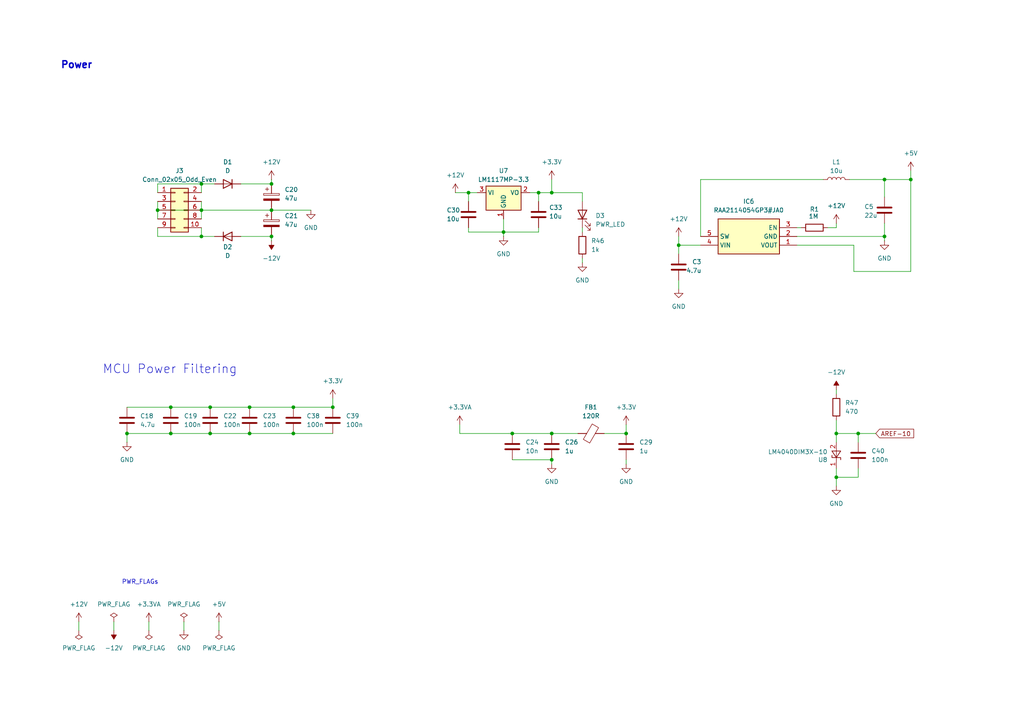
<source format=kicad_sch>
(kicad_sch (version 20250114) (generator "eeschema") (generator_version "9.0")
  (paper "A4")
  (lib_symbols
    (symbol "Connector_Generic:Conn_02x05_Odd_Even" (pin_names (offset 1.016) (hide yes))
      (property "Reference" "J" (at 1.27 7.62 0))
      (property "Value" "Conn_02x05_Odd_Even" (at 1.27 -7.62 0))
      (symbol "Conn_02x05_Odd_Even_1_1"
        (rectangle (start -1.27 6.35) (end 3.81 -6.35) (stroke (width 0.254)) (fill (type background)))
        (rectangle (start -1.27 5.207) (end 0 4.953) (stroke (width 0.1524)))
        (rectangle (start -1.27 2.667) (end 0 2.413) (stroke (width 0.1524)))
        (rectangle (start -1.27 0.127) (end 0 -0.127) (stroke (width 0.1524)))
        (rectangle (start -1.27 -2.413) (end 0 -2.667) (stroke (width 0.1524)))
        (rectangle (start -1.27 -4.953) (end 0 -5.207) (stroke (width 0.1524)))
        (rectangle (start 3.81 5.207) (end 2.54 4.953) (stroke (width 0.1524)))
        (rectangle (start 3.81 2.667) (end 2.54 2.413) (stroke (width 0.1524)))
        (rectangle (start 3.81 0.127) (end 2.54 -0.127) (stroke (width 0.1524)))
        (rectangle (start 3.81 -2.413) (end 2.54 -2.667) (stroke (width 0.1524)))
        (rectangle (start 3.81 -4.953) (end 2.54 -5.207) (stroke (width 0.1524)))
        (pin passive line (at -5.08 5.08 0) (length 3.81) (name "Pin_1") (number "1"))
        (pin passive line (at -5.08 2.54 0) (length 3.81) (name "Pin_3") (number "3"))
        (pin passive line (at -5.08 0 0) (length 3.81) (name "Pin_5") (number "5"))
        (pin passive line (at -5.08 -2.54 0) (length 3.81) (name "Pin_7") (number "7"))
        (pin passive line (at -5.08 -5.08 0) (length 3.81) (name "Pin_9") (number "9"))
        (pin passive line (at 7.62 5.08 180) (length 3.81) (name "Pin_2") (number "2"))
        (pin passive line (at 7.62 2.54 180) (length 3.81) (name "Pin_4") (number "4"))
        (pin passive line (at 7.62 0 180) (length 3.81) (name "Pin_6") (number "6"))
        (pin passive line (at 7.62 -2.54 180) (length 3.81) (name "Pin_8") (number "8"))
        (pin passive line (at 7.62 -5.08 180) (length 3.81) (name "Pin_10") (number "10"))
      )
    )
    (symbol "Device:C" (pin_numbers (hide yes)) (pin_names (offset 0.254))
      (property "Reference" "C" (at 0.635 2.54 0))
      (property "Value" "C" (at 0.635 -2.54 0))
      (symbol "C_0_1"
        (polyline (pts (xy -2.032 0.762) (xy 2.032 0.762)) (stroke (width 0.508)))
        (polyline (pts (xy -2.032 -0.762) (xy 2.032 -0.762)) (stroke (width 0.508)))
      )
      (symbol "C_1_1"
        (pin passive line (at 0 3.81 270) (length 2.794) (name "~") (number "1"))
        (pin passive line (at 0 -3.81 90) (length 2.794) (name "~") (number "2"))
      )
    )
    (symbol "Device:C_Polarized" (pin_numbers (hide yes)) (pin_names (offset 0.254))
      (property "Reference" "C" (at 0.635 2.54 0))
      (property "Value" "C_Polarized" (at 0.635 -2.54 0))
      (symbol "C_Polarized_0_1"
        (rectangle (start -2.286 0.508) (end 2.286 1.016))
        (polyline (pts (xy -1.778 2.286) (xy -0.762 2.286)))
        (polyline (pts (xy -1.27 2.794) (xy -1.27 1.778)))
        (rectangle (start 2.286 -0.508) (end -2.286 -1.016) (fill (type outline)))
      )
      (symbol "C_Polarized_1_1"
        (pin passive line (at 0 3.81 270) (length 2.794) (name "~") (number "1"))
        (pin passive line (at 0 -3.81 90) (length 2.794) (name "~") (number "2"))
      )
    )
    (symbol "Device:D" (pin_numbers (hide yes)) (pin_names (offset 1.016) (hide yes))
      (property "Reference" "D" (at 0 2.54 0))
      (property "Value" "D" (at 0 -2.54 0))
      (symbol "D_0_1"
        (polyline (pts (xy -1.27 1.27) (xy -1.27 -1.27)) (stroke (width 0.254)))
        (polyline (pts (xy 1.27 1.27) (xy 1.27 -1.27) (xy -1.27 0) (xy 1.27 1.27)) (stroke (width 0.254)))
        (polyline (pts (xy 1.27 0) (xy -1.27 0)))
      )
      (symbol "D_1_1"
        (pin passive line (at -3.81 0 0) (length 2.54) (name "K") (number "1"))
        (pin passive line (at 3.81 0 180) (length 2.54) (name "A") (number "2"))
      )
    )
    (symbol "Device:FerriteBead" (pin_numbers (hide yes)) (pin_names (offset 0))
      (property "Reference" "FB" (at -3.81 0.635 90))
      (property "Value" "FerriteBead" (at 3.81 0 90))
      (symbol "FerriteBead_0_1"
        (polyline (pts (xy -2.7686 0.4064) (xy -1.7018 2.2606) (xy 2.7686 -0.3048) (xy 1.6764 -2.159) (xy -2.7686 0.4064)))
        (polyline (pts (xy 0 1.27) (xy 0 1.2954)))
        (polyline (pts (xy 0 -1.27) (xy 0 -1.2192)))
      )
      (symbol "FerriteBead_1_1"
        (pin passive line (at 0 3.81 270) (length 2.54) (name "~") (number "1"))
        (pin passive line (at 0 -3.81 90) (length 2.54) (name "~") (number "2"))
      )
    )
    (symbol "Device:L" (pin_numbers (hide yes)) (pin_names (offset 1.016) (hide yes))
      (property "Reference" "L" (at -1.27 0 90))
      (property "Value" "L" (at 1.905 0 90))
      (symbol "L_0_1"
        (arc (start 0 2.54) (mid 0.6323 1.905) (end 0 1.27))
        (arc (start 0 1.27) (mid 0.6323 0.635) (end 0 0))
        (arc (start 0 0) (mid 0.6323 -0.635) (end 0 -1.27))
        (arc (start 0 -1.27) (mid 0.6323 -1.905) (end 0 -2.54))
      )
      (symbol "L_1_1"
        (pin passive line (at 0 3.81 270) (length 1.27) (name "1") (number "1"))
        (pin passive line (at 0 -3.81 90) (length 1.27) (name "2") (number "2"))
      )
    )
    (symbol "Device:LED" (pin_numbers (hide yes)) (pin_names (offset 1.016) (hide yes))
      (property "Reference" "D" (at 0 2.54 0))
      (property "Value" "LED" (at 0 -2.54 0))
      (symbol "LED_0_1"
        (polyline (pts (xy -3.048 -0.762) (xy -4.572 -2.286) (xy -3.81 -2.286) (xy -4.572 -2.286) (xy -4.572 -1.524)))
        (polyline (pts (xy -1.778 -0.762) (xy -3.302 -2.286) (xy -2.54 -2.286) (xy -3.302 -2.286) (xy -3.302 -1.524)))
        (polyline (pts (xy -1.27 0) (xy 1.27 0)))
        (polyline (pts (xy -1.27 -1.27) (xy -1.27 1.27)) (stroke (width 0.254)))
        (polyline (pts (xy 1.27 -1.27) (xy 1.27 1.27) (xy -1.27 0) (xy 1.27 -1.27)) (stroke (width 0.254)))
      )
      (symbol "LED_1_1"
        (pin passive line (at -3.81 0 0) (length 2.54) (name "K") (number "1"))
        (pin passive line (at 3.81 0 180) (length 2.54) (name "A") (number "2"))
      )
    )
    (symbol "Device:R" (pin_numbers (hide yes)) (pin_names (offset 0))
      (property "Reference" "R" (at 2.032 0 90))
      (property "Value" "R" (at 0 0 90))
      (symbol "R_0_1"
        (rectangle (start -1.016 -2.54) (end 1.016 2.54) (stroke (width 0.254)))
      )
      (symbol "R_1_1"
        (pin passive line (at 0 3.81 270) (length 1.27) (name "~") (number "1"))
        (pin passive line (at 0 -3.81 90) (length 1.27) (name "~") (number "2"))
      )
    )
    (symbol "Reference_Voltage:LM4040DBZ-10" (pin_names (offset 0.0254) (hide yes))
      (property "Reference" "U" (at 0 2.54 0))
      (property "Value" "LM4040DBZ-10" (at 0 -3.175 0))
      (symbol "LM4040DBZ-10_0_1"
        (polyline (pts (xy -1.27 0) (xy 0 0) (xy 1.27 0)))
        (polyline (pts (xy -1.27 -1.27) (xy 0.635 0) (xy -1.27 1.27) (xy -1.27 -1.27)) (stroke (width 0.2032)))
        (polyline (pts (xy 0 -1.27) (xy 0.635 -1.27) (xy 0.635 1.27) (xy 1.27 1.27)) (stroke (width 0.2032)))
      )
      (symbol "LM4040DBZ-10_1_1"
        (pin passive line (at -3.81 0 0) (length 2.54) (name "A") (number "2"))
        (pin no_connect line (at -1.27 0 0) (length 2.54) (hide yes) (name "NC") (number "3"))
        (pin passive line (at 3.81 0 180) (length 2.54) (name "K") (number "1"))
      )
    )
    (symbol "Regulator_Linear:LM1117MP-3.3"
      (property "Reference" "U" (at -3.81 3.175 0))
      (property "Value" "LM1117MP-3.3" (at 0 3.175 0))
      (symbol "LM1117MP-3.3_0_1"
        (rectangle (start -5.08 -5.08) (end 5.08 1.905) (stroke (width 0.254)) (fill (type background)))
      )
      (symbol "LM1117MP-3.3_1_1"
        (pin power_in line (at -7.62 0 0) (length 2.54) (name "VI") (number "3"))
        (pin power_in line (at 0 -7.62 90) (length 2.54) (name "GND") (number "1"))
        (pin power_out line (at 7.62 0 180) (length 2.54) (name "VO") (number "2"))
      )
    )
    (symbol "eurorack_components:RAA2114054GP3#JA0"
      (property "Reference" "IC" (at 24.13 7.62 0))
      (property "Value" "RAA2114054GP3#JA0" (at 24.13 5.08 0))
      (symbol "RAA2114054GP3#JA0_1_1"
        (rectangle (start 5.08 2.54) (end 22.86 -7.62) (stroke (width 0.254)) (fill (type background)))
        (pin passive line (at 0 0 0) (length 5.08) (name "VOUT") (number "1"))
        (pin passive line (at 0 -2.54 0) (length 5.08) (name "GND") (number "2"))
        (pin passive line (at 0 -5.08 0) (length 5.08) (name "EN") (number "3"))
        (pin passive line (at 27.94 0 180) (length 5.08) (name "VIN") (number "4"))
        (pin passive line (at 27.94 -2.54 180) (length 5.08) (name "SW") (number "5"))
      )
    )
    (symbol "power:+12V" (power) (pin_numbers (hide yes)) (pin_names (offset 0) (hide yes))
      (property "Value" "+12V" (at 0 3.556 0))
      (symbol "+12V_0_1"
        (polyline (pts (xy -0.762 1.27) (xy 0 2.54)))
        (polyline (pts (xy 0 2.54) (xy 0.762 1.27)))
        (polyline (pts (xy 0 0) (xy 0 2.54)))
      )
      (symbol "+12V_1_1"
        (pin power_in line (at 0 0 90) (length 0) (name "~") (number "1"))
      )
    )
    (symbol "power:+3.3V" (power) (pin_numbers (hide yes)) (pin_names (offset 0) (hide yes))
      (property "Value" "+3.3V" (at 0 3.556 0))
      (symbol "+3.3V_0_1"
        (polyline (pts (xy -0.762 1.27) (xy 0 2.54)))
        (polyline (pts (xy 0 2.54) (xy 0.762 1.27)))
        (polyline (pts (xy 0 0) (xy 0 2.54)))
      )
      (symbol "+3.3V_1_1"
        (pin power_in line (at 0 0 90) (length 0) (name "~") (number "1"))
      )
    )
    (symbol "power:+3.3VA" (power) (pin_numbers (hide yes)) (pin_names (offset 0) (hide yes))
      (property "Value" "+3.3VA" (at 0 3.556 0))
      (symbol "+3.3VA_0_1"
        (polyline (pts (xy -0.762 1.27) (xy 0 2.54)))
        (polyline (pts (xy 0 2.54) (xy 0.762 1.27)))
        (polyline (pts (xy 0 0) (xy 0 2.54)))
      )
      (symbol "+3.3VA_1_1"
        (pin power_in line (at 0 0 90) (length 0) (name "~") (number "1"))
      )
    )
    (symbol "power:+5V" (power) (pin_numbers (hide yes)) (pin_names (offset 0) (hide yes))
      (property "Value" "+5V" (at 0 3.556 0))
      (symbol "+5V_0_1"
        (polyline (pts (xy -0.762 1.27) (xy 0 2.54)))
        (polyline (pts (xy 0 2.54) (xy 0.762 1.27)))
        (polyline (pts (xy 0 0) (xy 0 2.54)))
      )
      (symbol "+5V_1_1"
        (pin power_in line (at 0 0 90) (length 0) (name "~") (number "1"))
      )
    )
    (symbol "power:-12V" (power) (pin_numbers (hide yes)) (pin_names (offset 0) (hide yes))
      (property "Value" "-12V" (at 0 3.556 0))
      (symbol "-12V_0_0"
        (pin power_in line (at 0 0 90) (length 0) (name "~") (number "1"))
      )
      (symbol "-12V_0_1"
        (polyline (pts (xy 0 0) (xy 0 1.27) (xy 0.762 1.27) (xy 0 2.54) (xy -0.762 1.27) (xy 0 1.27)) (fill (type outline)))
      )
    )
    (symbol "power:GND" (power) (pin_numbers (hide yes)) (pin_names (offset 0) (hide yes))
      (property "Value" "GND" (at 0 -3.81 0))
      (symbol "GND_0_1"
        (polyline (pts (xy 0 0) (xy 0 -1.27) (xy 1.27 -1.27) (xy 0 -2.54) (xy -1.27 -1.27) (xy 0 -1.27)))
      )
      (symbol "GND_1_1"
        (pin power_in line (at 0 0 270) (length 0) (name "~") (number "1"))
      )
    )
    (symbol "power:PWR_FLAG" (power) (pin_numbers (hide yes)) (pin_names (offset 0) (hide yes))
      (property "Value" "PWR_FLAG" (at 0 3.81 0))
      (symbol "PWR_FLAG_0_0"
        (pin power_out line (at 0 0 90) (length 0) (name "~") (number "1"))
      )
      (symbol "PWR_FLAG_0_1"
        (polyline (pts (xy 0 0) (xy 0 1.27) (xy -1.016 1.905) (xy 0 2.54) (xy 1.016 1.905) (xy 0 1.27)))
      )
    )
  )
  (text "PWR_FLAGs" (at 40.64 168.91 0) (effects (font (size 1.27 1.27))))
  (text "MCU Power Filtering" (at 49.276 107.188 0) (effects (font (size 2.54 2.54))))
  (text "Power" (at 17.526 17.78 0) (effects (font (size 2 2) (thickness 0.4) (bold yes)) (justify left top)))
  (junction (at 78.74 53.34))
  (junction (at 58.42 60.96))
  (junction (at 49.53 118.11))
  (junction (at 72.39 118.11))
  (junction (at 60.96 118.11))
  (junction (at 96.52 118.11))
  (junction (at 160.02 55.88))
  (junction (at 242.57 125.73))
  (junction (at 256.54 68.58))
  (junction (at 146.05 67.31))
  (junction (at 248.92 125.73))
  (junction (at 135.89 55.88))
  (junction (at 156.21 55.88))
  (junction (at 160.02 125.73))
  (junction (at 78.74 60.96))
  (junction (at 85.09 118.11))
  (junction (at 242.57 138.43))
  (junction (at 264.16 52.07))
  (junction (at 45.72 60.96))
  (junction (at 49.53 125.73))
  (junction (at 58.42 53.34))
  (junction (at 58.42 68.58))
  (junction (at 160.02 133.35))
  (junction (at 85.09 125.73))
  (junction (at 196.85 71.12))
  (junction (at 60.96 125.73))
  (junction (at 181.61 125.73))
  (junction (at 78.74 68.58))
  (junction (at 148.59 125.73))
  (junction (at 36.83 125.73))
  (junction (at 72.39 125.73))
  (junction (at 256.54 52.07))
  (wire (pts (xy 156.21 55.88) (xy 156.21 58.42)))
  (wire (pts (xy 203.2 52.07) (xy 238.76 52.07)))
  (wire (pts (xy 242.57 113.03) (xy 242.57 114.3)))
  (wire (pts (xy 146.05 68.58) (xy 146.05 67.31)))
  (wire (pts (xy 85.09 125.73) (xy 96.52 125.73)))
  (wire (pts (xy 45.72 68.58) (xy 58.42 68.58)))
  (wire (pts (xy 196.85 71.12) (xy 203.2 71.12)))
  (wire (pts (xy 248.92 138.43) (xy 242.57 138.43)))
  (wire (pts (xy 49.53 118.11) (xy 36.83 118.11)))
  (wire (pts (xy 242.57 125.73) (xy 248.92 125.73)))
  (wire (pts (xy 148.59 133.35) (xy 160.02 133.35)))
  (wire (pts (xy 45.72 66.04) (xy 45.72 68.58)))
  (wire (pts (xy 133.35 123.19) (xy 133.35 125.73)))
  (wire (pts (xy 22.86 180.34) (xy 22.86 182.88)))
  (wire (pts (xy 58.42 68.58) (xy 58.42 66.04)))
  (wire (pts (xy 36.83 125.73) (xy 49.53 125.73)))
  (wire (pts (xy 45.72 60.96) (xy 45.72 63.5)))
  (wire (pts (xy 248.92 125.73) (xy 248.92 128.27)))
  (wire (pts (xy 196.85 68.58) (xy 196.85 71.12)))
  (wire (pts (xy 135.89 67.31) (xy 146.05 67.31)))
  (wire (pts (xy 62.23 53.34) (xy 58.42 53.34)))
  (wire (pts (xy 168.91 74.93) (xy 168.91 76.2)))
  (wire (pts (xy 72.39 118.11) (xy 85.09 118.11)))
  (wire (pts (xy 168.91 55.88) (xy 168.91 58.42)))
  (wire (pts (xy 49.53 125.73) (xy 60.96 125.73)))
  (wire (pts (xy 256.54 64.77) (xy 256.54 68.58)))
  (wire (pts (xy 135.89 67.31) (xy 135.89 66.04)))
  (wire (pts (xy 45.72 58.42) (xy 45.72 60.96)))
  (wire (pts (xy 160.02 55.88) (xy 168.91 55.88)))
  (wire (pts (xy 146.05 67.31) (xy 156.21 67.31)))
  (wire (pts (xy 60.96 125.73) (xy 72.39 125.73)))
  (wire (pts (xy 63.5 180.34) (xy 63.5 182.88)))
  (wire (pts (xy 231.14 68.58) (xy 256.54 68.58)))
  (wire (pts (xy 58.42 60.96) (xy 78.74 60.96)))
  (wire (pts (xy 156.21 55.88) (xy 160.02 55.88)))
  (wire (pts (xy 96.52 118.11) (xy 96.52 115.57)))
  (wire (pts (xy 133.35 125.73) (xy 148.59 125.73)))
  (wire (pts (xy 248.92 135.89) (xy 248.92 138.43)))
  (wire (pts (xy 181.61 123.19) (xy 181.61 125.73)))
  (wire (pts (xy 69.85 68.58) (xy 78.74 68.58)))
  (wire (pts (xy 69.85 53.34) (xy 78.74 53.34)))
  (wire (pts (xy 264.16 78.74) (xy 247.65 78.74)))
  (wire (pts (xy 242.57 121.92) (xy 242.57 125.73)))
  (wire (pts (xy 45.72 60.96) (xy 58.42 60.96)))
  (wire (pts (xy 45.72 55.88) (xy 45.72 53.34)))
  (wire (pts (xy 196.85 71.12) (xy 196.85 73.66)))
  (wire (pts (xy 33.02 180.34) (xy 33.02 182.88)))
  (wire (pts (xy 175.26 125.73) (xy 181.61 125.73)))
  (wire (pts (xy 196.85 81.28) (xy 196.85 83.82)))
  (wire (pts (xy 181.61 133.35) (xy 181.61 134.62)))
  (wire (pts (xy 58.42 68.58) (xy 62.23 68.58)))
  (wire (pts (xy 247.65 78.74) (xy 247.65 71.12)))
  (wire (pts (xy 248.92 125.73) (xy 254 125.73)))
  (wire (pts (xy 78.74 68.58) (xy 78.74 69.85)))
  (wire (pts (xy 160.02 55.88) (xy 160.02 52.07)))
  (wire (pts (xy 43.18 180.34) (xy 43.18 182.88)))
  (wire (pts (xy 160.02 133.35) (xy 160.02 134.62)))
  (wire (pts (xy 247.65 71.12) (xy 231.14 71.12)))
  (wire (pts (xy 58.42 58.42) (xy 58.42 60.96)))
  (wire (pts (xy 132.08 55.88) (xy 135.89 55.88)))
  (wire (pts (xy 58.42 60.96) (xy 58.42 63.5)))
  (wire (pts (xy 53.34 180.34) (xy 53.34 182.88)))
  (wire (pts (xy 153.67 55.88) (xy 156.21 55.88)))
  (wire (pts (xy 148.59 125.73) (xy 160.02 125.73)))
  (wire (pts (xy 242.57 138.43) (xy 242.57 140.97)))
  (wire (pts (xy 135.89 55.88) (xy 138.43 55.88)))
  (wire (pts (xy 90.17 60.96) (xy 78.74 60.96)))
  (wire (pts (xy 60.96 118.11) (xy 72.39 118.11)))
  (wire (pts (xy 242.57 135.89) (xy 242.57 138.43)))
  (wire (pts (xy 146.05 63.5) (xy 146.05 67.31)))
  (wire (pts (xy 160.02 125.73) (xy 167.64 125.73)))
  (wire (pts (xy 45.72 53.34) (xy 58.42 53.34)))
  (wire (pts (xy 231.14 66.04) (xy 232.41 66.04)))
  (wire (pts (xy 49.53 118.11) (xy 60.96 118.11)))
  (wire (pts (xy 256.54 57.15) (xy 256.54 52.07)))
  (wire (pts (xy 242.57 125.73) (xy 242.57 128.27)))
  (wire (pts (xy 85.09 118.11) (xy 96.52 118.11)))
  (wire (pts (xy 264.16 52.07) (xy 264.16 78.74)))
  (wire (pts (xy 168.91 66.04) (xy 168.91 67.31)))
  (wire (pts (xy 135.89 55.88) (xy 135.89 58.42)))
  (wire (pts (xy 78.74 52.07) (xy 78.74 53.34)))
  (wire (pts (xy 36.83 125.73) (xy 36.83 128.27)))
  (wire (pts (xy 264.16 49.53) (xy 264.16 52.07)))
  (wire (pts (xy 246.38 52.07) (xy 256.54 52.07)))
  (wire (pts (xy 156.21 67.31) (xy 156.21 66.04)))
  (wire (pts (xy 240.03 66.04) (xy 242.57 66.04)))
  (wire (pts (xy 242.57 66.04) (xy 242.57 64.77)))
  (wire (pts (xy 256.54 52.07) (xy 264.16 52.07)))
  (wire (pts (xy 72.39 125.73) (xy 85.09 125.73)))
  (wire (pts (xy 256.54 68.58) (xy 256.54 69.85)))
  (wire (pts (xy 203.2 68.58) (xy 203.2 52.07)))
  (wire (pts (xy 58.42 53.34) (xy 58.42 55.88)))
  (global_label "AREF-10" (shape input) (at 254 125.73 0) (property "Intersheetrefs" "${INTERSHEET_REFS}" (effects (hide yes))))
  (symbol (lib_id "power:GND") (at 242.57 140.97 0) (unit 1)
    (property "Reference" "#PWR055" (effects (hide yes)))
    (property "Value" "GND" (at 242.57 146.05 0))
    (property "Description" "Power symbol creates a global label with name \"GND\" , ground" (effects (hide yes)))
  )
  (symbol (lib_id "Regulator_Linear:LM1117MP-3.3") (at 146.05 55.88 0) (unit 1)
    (property "Reference" "U7" (at 146.05 49.53 0))
    (property "Value" "LM1117MP-3.3" (at 146.05 52.07 0))
    (property "Footprint" "Package_TO_SOT_SMD:SOT-223-3_TabPin2" (effects (hide yes)))
    (property "Datasheet" "http://www.ti.com/lit/ds/symlink/lm1117.pdf" (effects (hide yes)))
    (property "Description" "800mA Low-Dropout Linear Regulator, 3.3V fixed output, SOT-223" (effects (hide yes)))
    (property "Manufacturer_Name" "Texas Instruments" (effects (hide yes)))
    (property "Manufacturer_Part_Number" "LM1117MP-3.3/NOPB" (effects (hide yes)))
    (property "Mouser Part Number" "926-LM1117MP-3.3NOPB" (effects (hide yes)))
  )
  (symbol (lib_id "power:GND") (at 90.17 60.96 0) (unit 1)
    (property "Reference" "#PWR045" (effects (hide yes)))
    (property "Value" "GND" (at 90.17 66.04 0))
    (property "Description" "Power symbol creates a global label with name \"GND\" , ground" (effects (hide yes)))
  )
  (symbol (lib_id "Device:C_Polarized") (at 78.74 57.15 0) (unit 1)
    (property "Reference" "C20" (at 82.55 54.9909 0) (effects (justify left)))
    (property "Value" "47u" (at 82.55 57.5309 0) (effects (justify left)))
    (property "Footprint" "Capacitor_SMD:CP_Elec_6.3x5.9" (effects (hide yes)))
    (property "Description" "Polarized capacitor" (effects (hide yes)))
    (property "Manufacturer_Name" "Lelon " (effects (hide yes)))
    (property "Manufacturer_Part_Number" " VZL470M1VTR-0606 " (effects (hide yes)))
    (property "Mouser Part Number" "140-VZL470M1VTR-0606 " (effects (hide yes)))
  )
  (symbol (lib_id "power:+12V") (at 242.57 64.77 0) (mirror y) (unit 1)
    (property "Reference" "#PWR015" (effects (hide yes)))
    (property "Value" "+12V" (at 242.57 59.69 0))
    (property "Description" "Power symbol creates a global label with name \"+12V\"" (effects (hide yes)))
  )
  (symbol (lib_id "power:-12V") (at 78.74 69.85 180) (unit 1)
    (property "Reference" "#PWR043" (effects (hide yes)))
    (property "Value" "-12V" (at 78.74 74.93 0))
    (property "Description" "Power symbol creates a global label with name \"-12V\"" (effects (hide yes)))
  )
  (symbol (lib_id "power:GND") (at 196.85 83.82 0) (mirror y) (unit 1)
    (property "Reference" "#PWR014" (effects (hide yes)))
    (property "Value" "GND" (at 196.85 88.9 0))
    (property "Description" "Power symbol creates a global label with name \"GND\" , ground" (effects (hide yes)))
  )
  (symbol (lib_id "power:PWR_FLAG") (at 53.34 180.34 0) (unit 1)
    (property "Reference" "#FLG04" (effects (hide yes)))
    (property "Value" "PWR_FLAG" (at 53.34 175.26 0))
    (property "Description" "Special symbol for telling ERC where power comes from" (effects (hide yes)))
  )
  (symbol (lib_id "power:-12V") (at 242.57 113.03 0) (unit 1)
    (property "Reference" "#PWR054" (effects (hide yes)))
    (property "Value" "-12V" (at 242.57 107.95 0))
    (property "Description" "Power symbol creates a global label with name \"-12V\"" (effects (hide yes)))
  )
  (symbol (lib_id "power:+5V") (at 63.5 180.34 0) (unit 1)
    (property "Reference" "#PWR0118" (effects (hide yes)))
    (property "Value" "+5V" (at 63.5 175.26 0))
    (property "Description" "Power symbol creates a global label with name \"+5V\"" (effects (hide yes)))
  )
  (symbol (lib_id "power:-12V") (at 33.02 182.88 180) (unit 1)
    (property "Reference" "#PWR038" (effects (hide yes)))
    (property "Value" "-12V" (at 33.02 187.96 0))
    (property "Description" "Power symbol creates a global label with name \"-12V\"" (effects (hide yes)))
  )
  (symbol (lib_id "Device:R") (at 236.22 66.04 270) (mirror x) (unit 1)
    (property "Reference" "R1" (at 236.22 60.706 90))
    (property "Value" "1M" (at 235.966 62.738 90))
    (property "Footprint" "Resistor_SMD:R_0603_1608Metric_Pad0.98x0.95mm_HandSolder" (effects (hide yes)))
    (property "Description" "Resistor" (effects (hide yes)))
    (property "Manufacturer_Name" " YAGEO" (effects (hide yes)))
    (property "Manufacturer_Part_Number" " RC0603FR-071MP" (effects (hide yes)))
    (property "Mouser Part Number" " 603-RC0603FR-071MP" (effects (hide yes)))
  )
  (symbol (lib_id "Device:C") (at 248.92 132.08 0) (unit 1)
    (property "Reference" "C40" (at 252.73 130.8099 0) (effects (justify left)))
    (property "Value" "100n" (at 252.73 133.3499 0) (effects (justify left)))
    (property "Footprint" "Capacitor_SMD:C_0603_1608Metric" (effects (hide yes)))
    (property "Description" "Unpolarized capacitor" (effects (hide yes)))
    (property "Manufacturer_Name" "KYOCERA AVX " (effects (hide yes)))
    (property "Manufacturer_Part_Number" "KAF15BR72A104KT" (effects (hide yes)))
    (property "Mouser Part Number" "581-KAF15BR72A104KT" (effects (hide yes)))
  )
  (symbol (lib_id "Device:C_Polarized") (at 78.74 64.77 0) (unit 1)
    (property "Reference" "C21" (at 82.55 62.6109 0) (effects (justify left)))
    (property "Value" "47u" (at 82.55 65.1509 0) (effects (justify left)))
    (property "Footprint" "Capacitor_SMD:CP_Elec_6.3x5.9" (effects (hide yes)))
    (property "Description" "Polarized capacitor" (effects (hide yes)))
    (property "Manufacturer_Name" "Lelon " (effects (hide yes)))
    (property "Manufacturer_Part_Number" " VZL470M1VTR-0606 " (effects (hide yes)))
    (property "Mouser Part Number" "140-VZL470M1VTR-0606 " (effects (hide yes)))
  )
  (symbol (lib_id "Device:R") (at 168.91 71.12 0) (unit 1)
    (property "Reference" "R46" (at 171.45 69.8499 0) (effects (justify left)))
    (property "Value" "1k" (at 171.45 72.3899 0) (effects (justify left)))
    (property "Footprint" "Resistor_SMD:R_0603_1608Metric_Pad0.98x0.95mm_HandSolder" (effects (hide yes)))
    (property "Description" "Resistor" (effects (hide yes)))
    (property "Manufacturer_Name" "YAGEO" (effects (hide yes)))
    (property "Manufacturer_Part_Number" "RT0603FRE071KL" (effects (hide yes)))
    (property "Mouser Part Number" "603-RT0603FRE071KL" (effects (hide yes)))
  )
  (symbol (lib_id "power:PWR_FLAG") (at 43.18 182.88 180) (unit 1)
    (property "Reference" "#FLG03" (effects (hide yes)))
    (property "Value" "PWR_FLAG" (at 43.18 187.96 0))
    (property "Description" "Special symbol for telling ERC where power comes from" (effects (hide yes)))
  )
  (symbol (lib_id "Device:C") (at 72.39 121.92 0) (unit 1)
    (property "Reference" "C23" (at 76.2 120.6499 0) (effects (justify left)))
    (property "Value" "100n" (at 76.2 123.1899 0) (effects (justify left)))
    (property "Footprint" "Capacitor_SMD:C_0603_1608Metric" (effects (hide yes)))
    (property "Description" "Unpolarized capacitor" (effects (hide yes)))
    (property "Manufacturer_Name" "KYOCERA AVX " (effects (hide yes)))
    (property "Manufacturer_Part_Number" "KAF15BR72A104KT" (effects (hide yes)))
    (property "Mouser Part Number" "581-KAF15BR72A104KT" (effects (hide yes)))
  )
  (symbol (lib_id "Device:C") (at 36.83 121.92 0) (unit 1)
    (property "Reference" "C18" (at 40.64 120.6499 0) (effects (justify left)))
    (property "Value" "4.7u" (at 40.64 123.1899 0) (effects (justify left)))
    (property "Footprint" "Capacitor_SMD:C_0603_1608Metric" (effects (hide yes)))
    (property "Description" "Unpolarized capacitor" (effects (hide yes)))
    (property "Manufacturer_Name" "KEMET " (effects (hide yes)))
    (property "Manufacturer_Part_Number" "C0603C475M9PACTU" (effects (hide yes)))
    (property "Mouser Part Number" " 80-C0603C475M9P" (effects (hide yes)))
  )
  (symbol (lib_id "Device:LED") (at 168.91 62.23 90) (unit 1)
    (property "Reference" "D3" (at 172.72 62.5474 90) (effects (justify right)))
    (property "Value" "PWR_LED" (at 172.72 65.0874 90) (effects (justify right)))
    (property "Footprint" "LED_SMD:LED_0603_1608Metric_Pad1.05x0.95mm_HandSolder" (effects (hide yes)))
    (property "Description" "Light emitting diode" (effects (hide yes)))
    (property "Manufacturer_Name" "Wurth Elektronik" (effects (hide yes)))
    (property "Manufacturer_Part_Number" "150060VS75000 " (effects (hide yes)))
    (property "Mouser Part Number" " 710-150060VS75000 " (effects (hide yes)))
    (property "Sim.Pins" "1=K 2=A" (effects (hide yes)))
  )
  (symbol (lib_id "power:+3.3VA") (at 43.18 180.34 0) (unit 1)
    (property "Reference" "#PWR039" (effects (hide yes)))
    (property "Value" "+3.3VA" (at 43.18 175.26 0))
    (property "Description" "Power symbol creates a global label with name \"+3.3VA\"" (effects (hide yes)))
  )
  (symbol (lib_id "power:GND") (at 146.05 68.58 0) (unit 1)
    (property "Reference" "#PWR050" (effects (hide yes)))
    (property "Value" "GND" (at 146.05 73.66 0))
    (property "Description" "Power symbol creates a global label with name \"GND\" , ground" (effects (hide yes)))
  )
  (symbol (lib_id "power:GND") (at 36.83 128.27 0) (unit 1)
    (property "Reference" "#PWR041" (effects (hide yes)))
    (property "Value" "GND" (at 36.83 133.35 0))
    (property "Description" "Power symbol creates a global label with name \"GND\" , ground" (effects (hide yes)))
  )
  (symbol (lib_id "Device:C") (at 256.54 60.96 0) (unit 1)
    (property "Reference" "C5" (at 250.698 59.944 0) (effects (justify left)))
    (property "Value" "22u" (at 250.698 62.484 0) (effects (justify left)))
    (property "Footprint" "Capacitor_SMD:C_0805_2012Metric_Pad1.18x1.45mm_HandSolder" (effects (hide yes)))
    (property "Description" "Unpolarized capacitor" (effects (hide yes)))
    (property "Manufacturer_Name" "Samsung Electro-Mechanics" (effects (hide yes)))
    (property "Manufacturer_Part_Number" " CL21A226MAYNNNE " (effects (hide yes)))
    (property "Mouser Part Number" " 187-CL21A226MAYNNNE " (effects (hide yes)))
  )
  (symbol (lib_id "Device:C") (at 196.85 77.47 0) (mirror x) (unit 1)
    (property "Reference" "C3" (at 203.454 75.946 0) (effects (justify right)))
    (property "Value" "4.7u" (at 203.454 78.486 0) (effects (justify right)))
    (property "Footprint" "Capacitor_SMD:C_0603_1608Metric" (effects (hide yes)))
    (property "Description" "Unpolarized capacitor" (effects (hide yes)))
    (property "Manufacturer_Name" " Murata Electronics" (effects (hide yes)))
    (property "Manufacturer_Part_Number" "GRM188R61E475KE11D " (effects (hide yes)))
    (property "Mouser Part Number" " 81-GRM188R61E475KE1D " (effects (hide yes)))
  )
  (symbol (lib_id "power:PWR_FLAG") (at 33.02 180.34 0) (unit 1)
    (property "Reference" "#FLG02" (effects (hide yes)))
    (property "Value" "PWR_FLAG" (at 33.02 175.26 0))
    (property "Description" "Special symbol for telling ERC where power comes from" (effects (hide yes)))
  )
  (symbol (lib_id "Device:FerriteBead") (at 171.45 125.73 90) (unit 1)
    (property "Reference" "FB1" (at 171.3992 118.11 90))
    (property "Value" "120R" (at 171.3992 120.65 90))
    (property "Footprint" "Inductor_SMD:L_0805_2012Metric_Pad1.05x1.20mm_HandSolder" (effects (hide yes)))
    (property "Description" "Ferrite bead" (effects (hide yes)))
    (property "Manufacturer_Name" "Eaton Electronics" (effects (hide yes)))
    (property "Manufacturer_Part_Number" " MFBW1V2012-121-R " (effects (hide yes)))
    (property "Mouser Part Number" " 704-MFBW1V2012-121-R " (effects (hide yes)))
  )
  (symbol (lib_id "power:GND") (at 181.61 134.62 0) (unit 1)
    (property "Reference" "#PWR048" (effects (hide yes)))
    (property "Value" "GND" (at 181.61 139.7 0))
    (property "Description" "Power symbol creates a global label with name \"GND\" , ground" (effects (hide yes)))
  )
  (symbol (lib_id "power:+5V") (at 264.16 49.53 0) (unit 1)
    (property "Reference" "#PWR0117" (effects (hide yes)))
    (property "Value" "+5V" (at 264.16 44.45 0))
    (property "Description" "Power symbol creates a global label with name \"+5V\"" (effects (hide yes)))
  )
  (symbol (lib_id "power:+12V") (at 196.85 68.58 0) (mirror y) (unit 1)
    (property "Reference" "#PWR013" (effects (hide yes)))
    (property "Value" "+12V" (at 196.85 63.5 0))
    (property "Description" "Power symbol creates a global label with name \"+12V\"" (effects (hide yes)))
  )
  (symbol (lib_id "Device:C") (at 49.53 121.92 0) (unit 1)
    (property "Reference" "C19" (at 53.34 120.6499 0) (effects (justify left)))
    (property "Value" "100n" (at 53.34 123.1899 0) (effects (justify left)))
    (property "Footprint" "Capacitor_SMD:C_0603_1608Metric" (effects (hide yes)))
    (property "Description" "Unpolarized capacitor" (effects (hide yes)))
    (property "Manufacturer_Name" "KYOCERA AVX " (effects (hide yes)))
    (property "Manufacturer_Part_Number" "KAF15BR72A104KT" (effects (hide yes)))
    (property "Mouser Part Number" "581-KAF15BR72A104KT" (effects (hide yes)))
  )
  (symbol (lib_id "Reference_Voltage:LM4040DBZ-10") (at 242.57 132.08 270) (unit 1)
    (property "Reference" "U8" (at 240.03 133.35 90) (effects (justify right)))
    (property "Value" "LM4040DIM3X-10" (at 240.03 131.064 90) (effects (justify right)))
    (property "Footprint" "Package_TO_SOT_SMD:SOT-23" (effects (hide yes)))
    (property "Datasheet" "http://www.ti.com/lit/ds/symlink/lm4040-n.pdf" (effects (hide yes)))
    (property "Description" "10.00V Precision Micropower Shunt Voltage Reference, SOT-23" (effects (hide yes)))
    (property "Manufacturer_Name" "Texas Instruments" (effects (hide yes)))
    (property "Manufacturer_Part_Number" "LM4040DIM3X-10/NOPB" (effects (hide yes)))
    (property "Mouser Part Number" " 926-LM4040DIM3X10NPB" (effects (hide yes)))
  )
  (symbol (lib_id "Device:C") (at 60.96 121.92 0) (unit 1)
    (property "Reference" "C22" (at 64.77 120.6499 0) (effects (justify left)))
    (property "Value" "100n" (at 64.77 123.1899 0) (effects (justify left)))
    (property "Footprint" "Capacitor_SMD:C_0603_1608Metric" (effects (hide yes)))
    (property "Description" "Unpolarized capacitor" (effects (hide yes)))
    (property "Manufacturer_Name" "KYOCERA AVX " (effects (hide yes)))
    (property "Manufacturer_Part_Number" "KAF15BR72A104KT" (effects (hide yes)))
    (property "Mouser Part Number" "581-KAF15BR72A104KT" (effects (hide yes)))
  )
  (symbol (lib_id "power:GND") (at 160.02 134.62 0) (unit 1)
    (property "Reference" "#PWR046" (effects (hide yes)))
    (property "Value" "GND" (at 160.02 139.7 0))
    (property "Description" "Power symbol creates a global label with name \"GND\" , ground" (effects (hide yes)))
  )
  (symbol (lib_id "Device:C") (at 96.52 121.92 0) (unit 1)
    (property "Reference" "C39" (at 100.33 120.6499 0) (effects (justify left)))
    (property "Value" "100n" (at 100.33 123.1899 0) (effects (justify left)))
    (property "Footprint" "Capacitor_SMD:C_0603_1608Metric" (effects (hide yes)))
    (property "Description" "Unpolarized capacitor" (effects (hide yes)))
    (property "Manufacturer_Name" "KYOCERA AVX " (effects (hide yes)))
    (property "Manufacturer_Part_Number" "KAF15BR72A104KT" (effects (hide yes)))
    (property "Mouser Part Number" "581-KAF15BR72A104KT" (effects (hide yes)))
  )
  (symbol (lib_id "power:+12V") (at 22.86 180.34 0) (unit 1)
    (property "Reference" "#PWR037" (effects (hide yes)))
    (property "Value" "+12V" (at 22.86 175.26 0))
    (property "Description" "Power symbol creates a global label with name \"+12V\"" (effects (hide yes)))
  )
  (symbol (lib_id "power:+12V") (at 78.74 52.07 0) (unit 1)
    (property "Reference" "#PWR042" (effects (hide yes)))
    (property "Value" "+12V" (at 78.74 46.99 0))
    (property "Description" "Power symbol creates a global label with name \"+12V\"" (effects (hide yes)))
  )
  (symbol (lib_id "Device:L") (at 242.57 52.07 90) (unit 1)
    (property "Reference" "L1" (at 242.57 46.99 90))
    (property "Value" "10u" (at 242.57 49.53 90))
    (property "Footprint" "Eurorack:74438335100" (effects (hide yes)))
    (property "Description" "Inductor" (effects (hide yes)))
    (property "Manufacturer_Name" "Wurth Elektronik" (effects (hide yes)))
    (property "Manufacturer_Part_Number" "74438335100" (effects (hide yes)))
    (property "Mouser Part Number" " 710-74438335100" (effects (hide yes)))
  )
  (symbol (lib_id "Device:C") (at 85.09 121.92 0) (unit 1)
    (property "Reference" "C38" (at 88.9 120.6499 0) (effects (justify left)))
    (property "Value" "100n" (at 88.9 123.1899 0) (effects (justify left)))
    (property "Footprint" "Capacitor_SMD:C_0603_1608Metric" (effects (hide yes)))
    (property "Description" "Unpolarized capacitor" (effects (hide yes)))
    (property "Manufacturer_Name" "KYOCERA AVX " (effects (hide yes)))
    (property "Manufacturer_Part_Number" "KAF15BR72A104KT" (effects (hide yes)))
    (property "Mouser Part Number" "581-KAF15BR72A104KT" (effects (hide yes)))
  )
  (symbol (lib_id "Device:D") (at 66.04 68.58 0) (unit 1)
    (property "Reference" "D2" (at 66.04 71.628 0))
    (property "Value" "D" (at 66.04 74.168 0))
    (property "Footprint" "Diode_SMD:D_0805_2012Metric" (effects (hide yes)))
    (property "Description" "Diode" (effects (hide yes)))
    (property "Sim.Device" "D" (effects (hide yes)))
    (property "Sim.Pins" "1=K 2=A" (effects (hide yes)))
    (property "Manufacturer_Part_Number" " SD0805S020S1R0" (effects (hide yes)))
    (property "Mouser Part Number" " 581-SD0805S020S1R0 " (effects (hide yes)))
    (property "Manufacturer_Name" "Kyocera" (effects (hide yes)))
  )
  (symbol (lib_id "power:+3.3V") (at 96.52 115.57 0) (unit 1)
    (property "Reference" "#PWR053" (effects (hide yes)))
    (property "Value" "+3.3V" (at 96.52 110.49 0))
    (property "Description" "Power symbol creates a global label with name \"+3.3V\"" (effects (hide yes)))
  )
  (symbol (lib_id "power:GND") (at 256.54 69.85 0) (mirror y) (unit 1)
    (property "Reference" "#PWR0110" (effects (hide yes)))
    (property "Value" "GND" (at 256.54 74.93 0))
    (property "Description" "Power symbol creates a global label with name \"GND\" , ground" (effects (hide yes)))
  )
  (symbol (lib_id "power:+3.3V") (at 181.61 123.19 0) (unit 1)
    (property "Reference" "#PWR047" (effects (hide yes)))
    (property "Value" "+3.3V" (at 181.61 118.11 0))
    (property "Description" "Power symbol creates a global label with name \"+3.3V\"" (effects (hide yes)))
  )
  (symbol (lib_id "Connector_Generic:Conn_02x05_Odd_Even") (at 50.8 60.96 0) (unit 1)
    (property "Reference" "J3" (at 52.07 49.53 0))
    (property "Value" "Conn_02x05_Odd_Even" (at 52.07 52.07 0))
    (property "Footprint" "Eurorack:PinHeader_2x05_P2.54mm_BHR-10-VUA" (effects (hide yes)))
    (property "Description" "Generic connector, double row, 02x05, odd/even pin numbering scheme (row 1 odd numbers, row 2 even numbers), script generated (kicad-library-utils/schlib/autogen/connector/)" (effects (hide yes)))
    (property "Manufacturer_Name" " Adam Tech" (effects (hide yes)))
    (property "Manufacturer_Part_Number" " BHR-10-VUA " (effects (hide yes)))
    (property "Mouser Part Number" " 737-BHR-10-VUA " (effects (hide yes)))
  )
  (symbol (lib_id "power:GND") (at 53.34 182.88 0) (unit 1)
    (property "Reference" "#PWR040" (effects (hide yes)))
    (property "Value" "GND" (at 53.34 187.96 0))
    (property "Description" "Power symbol creates a global label with name \"GND\" , ground" (effects (hide yes)))
  )
  (symbol (lib_id "power:+3.3V") (at 160.02 52.07 0) (unit 1)
    (property "Reference" "#PWR051" (effects (hide yes)))
    (property "Value" "+3.3V" (at 160.02 46.99 0))
    (property "Description" "Power symbol creates a global label with name \"+3.3V\"" (effects (hide yes)))
  )
  (symbol (lib_id "power:PWR_FLAG") (at 63.5 182.88 180) (unit 1)
    (property "Reference" "#FLG05" (effects (hide yes)))
    (property "Value" "PWR_FLAG" (at 63.5 187.96 0))
    (property "Description" "Special symbol for telling ERC where power comes from" (effects (hide yes)))
  )
  (symbol (lib_id "Device:C") (at 148.59 129.54 0) (unit 1)
    (property "Reference" "C24" (at 152.4 128.2699 0) (effects (justify left)))
    (property "Value" "10n" (at 152.4 130.8099 0) (effects (justify left)))
    (property "Footprint" "Capacitor_SMD:C_0603_1608Metric" (effects (hide yes)))
    (property "Description" "Unpolarized capacitor" (effects (hide yes)))
    (property "Manufacturer_Name" "KEMET " (effects (hide yes)))
    (property "Manufacturer_Part_Number" " C0603C103J5RAC7411 " (effects (hide yes)))
    (property "Mouser Part Number" " 80-C0603C103J5R7411 " (effects (hide yes)))
  )
  (symbol (lib_id "power:PWR_FLAG") (at 22.86 182.88 180) (unit 1)
    (property "Reference" "#FLG01" (effects (hide yes)))
    (property "Value" "PWR_FLAG" (at 22.86 187.96 0))
    (property "Description" "Special symbol for telling ERC where power comes from" (effects (hide yes)))
  )
  (symbol (lib_id "power:+3.3VA") (at 133.35 123.19 0) (unit 1)
    (property "Reference" "#PWR044" (effects (hide yes)))
    (property "Value" "+3.3VA" (at 133.35 118.11 0))
    (property "Description" "Power symbol creates a global label with name \"+3.3VA\"" (effects (hide yes)))
  )
  (symbol (lib_id "Device:C") (at 135.89 62.23 0) (unit 1)
    (property "Reference" "C30" (at 129.54 60.96 0) (effects (justify left)))
    (property "Value" "10u" (at 129.54 63.5 0) (effects (justify left)))
    (property "Footprint" "Capacitor_SMD:C_0603_1608Metric" (effects (hide yes)))
    (property "Description" "Unpolarized capacitor" (effects (hide yes)))
    (property "Manufacturer_Name" "Murata Electronics " (effects (hide yes)))
    (property "Manufacturer_Part_Number" " GRM188R61E106KA73D " (effects (hide yes)))
    (property "Mouser Part Number" " 81-GRM188R61E106KA3D " (effects (hide yes)))
  )
  (symbol (lib_id "Device:C") (at 181.61 129.54 0) (unit 1)
    (property "Reference" "C29" (at 185.42 128.2699 0) (effects (justify left)))
    (property "Value" "1u" (at 185.42 130.8099 0) (effects (justify left)))
    (property "Footprint" "Capacitor_SMD:C_0603_1608Metric" (effects (hide yes)))
    (property "Description" "Unpolarized capacitor" (effects (hide yes)))
    (property "Manufacturer_Name" "Walsin " (effects (hide yes)))
    (property "Manufacturer_Part_Number" " 0603B105M160CT " (effects (hide yes)))
    (property "Mouser Part Number" " 791-0603B105M160CT " (effects (hide yes)))
  )
  (symbol (lib_id "power:+12V") (at 132.08 55.88 0) (unit 1)
    (property "Reference" "#PWR049" (effects (hide yes)))
    (property "Value" "+12V" (at 132.08 50.8 0))
    (property "Description" "Power symbol creates a global label with name \"+12V\"" (effects (hide yes)))
  )
  (symbol (lib_id "Device:C") (at 160.02 129.54 0) (unit 1)
    (property "Reference" "C26" (at 163.83 128.2699 0) (effects (justify left)))
    (property "Value" "1u" (at 163.83 130.8099 0) (effects (justify left)))
    (property "Footprint" "Capacitor_SMD:C_0603_1608Metric" (effects (hide yes)))
    (property "Description" "Unpolarized capacitor" (effects (hide yes)))
    (property "Manufacturer_Name" "Walsin " (effects (hide yes)))
    (property "Manufacturer_Part_Number" " 0603B105M160CT " (effects (hide yes)))
    (property "Mouser Part Number" " 791-0603B105M160CT " (effects (hide yes)))
  )
  (symbol (lib_id "Device:C") (at 156.21 62.23 0) (unit 1)
    (property "Reference" "C33" (at 159.258 60.198 0) (effects (justify left)))
    (property "Value" "10u" (at 159.258 62.738 0) (effects (justify left)))
    (property "Footprint" "Capacitor_SMD:C_0603_1608Metric" (effects (hide yes)))
    (property "Description" "Unpolarized capacitor" (effects (hide yes)))
    (property "Manufacturer_Name" "Murata Electronics " (effects (hide yes)))
    (property "Manufacturer_Part_Number" " GRM188R61E106KA73D " (effects (hide yes)))
    (property "Mouser Part Number" " 81-GRM188R61E106KA3D " (effects (hide yes)))
  )
  (symbol (lib_id "eurorack_components:RAA2114054GP3#JA0") (at 231.14 71.12 180) (unit 1)
    (property "Reference" "IC6" (at 217.17 58.42 0))
    (property "Value" "RAA2114054GP3#JA0" (at 217.17 60.96 0))
    (property "Footprint" "Eurorack:RAA2114054GP3#JA0" (effects (hide yes)))
    (property "Datasheet" "https://www.renesas.com/us/en/products/power-power-management/dc-dc-converters/step-down-buck/buck-regulators-integrated-fets/raa211405-40v-300ma-ultra-low-quiescent-current-step-down-regulator-5v-fixed-output" (effects (hide yes)))
    (property "Description" "The RAA211405 is a tiny, easy-to-use, ultra-low quiescent current (IQ) buck regulators with wide input voltage range of 7V to 40V, up to 300mA output current with fixed 5V output.The device offers comprehensive protections, including VIN UVLO, VOUT OVP, overcurrent, and over-temperature protections.The device comes in a TSOT23-5 package." (effects (hide yes)))
    (property "Height" "1.1" (effects (hide yes)))
    (property "Mouser Part Number" "968-RAA2114054GP3JA0" (effects (hide yes)))
    (property "Mouser Price/Stock" "https://www.mouser.co.uk/ProductDetail/Renesas-Intersil/RAA2114054GP3JA0?qs=HoCaDK9Nz5fD1GKZ0MvNog%3D%3D" (effects (hide yes)))
    (property "Manufacturer_Name" "Renesas Electronics" (effects (hide yes)))
    (property "Manufacturer_Part_Number" "RAA2114054GP3#JA0" (effects (hide yes)))
  )
  (symbol (lib_id "Device:R") (at 242.57 118.11 0) (unit 1)
    (property "Reference" "R47" (at 245.11 116.8399 0) (effects (justify left)))
    (property "Value" "470" (at 245.11 119.3799 0) (effects (justify left)))
    (property "Footprint" "Resistor_SMD:R_0603_1608Metric_Pad0.98x0.95mm_HandSolder" (effects (hide yes)))
    (property "Description" "Resistor" (effects (hide yes)))
    (property "Manufacturer_Name" "YAGEO" (effects (hide yes)))
    (property "Manufacturer_Part_Number" "RC0603FR-07470RP" (effects (hide yes)))
    (property "Mouser Part Number" "603-RC0603FR-07470RP " (effects (hide yes)))
  )
  (symbol (lib_id "Device:D") (at 66.04 53.34 180) (unit 1)
    (property "Reference" "D1" (at 66.04 46.99 0))
    (property "Value" "D" (at 66.04 49.53 0))
    (property "Footprint" "Diode_SMD:D_0805_2012Metric" (effects (hide yes)))
    (property "Description" "Diode" (effects (hide yes)))
    (property "Sim.Device" "D" (effects (hide yes)))
    (property "Sim.Pins" "1=K 2=A" (effects (hide yes)))
    (property "Manufacturer_Part_Number" " SD0805S020S1R0" (effects (hide yes)))
    (property "Mouser Part Number" " 581-SD0805S020S1R0 " (effects (hide yes)))
    (property "Manufacturer_Name" "Kyocera" (effects (hide yes)))
  )
  (symbol (lib_id "power:GND") (at 168.91 76.2 0) (unit 1)
    (property "Reference" "#PWR052" (effects (hide yes)))
    (property "Value" "GND" (at 168.91 81.28 0))
    (property "Description" "Power symbol creates a global label with name \"GND\" , ground" (effects (hide yes)))
  )
)
</source>
